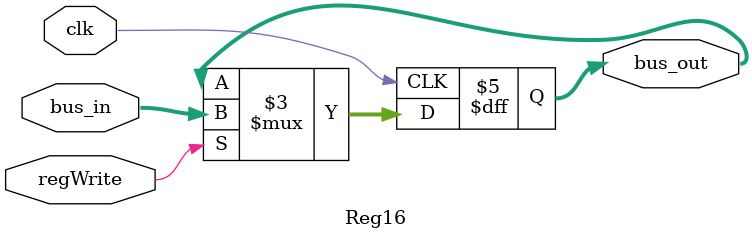
<source format=v>
module Reg16(bus_out, regWrite, bus_in, clk);
   input regWrite, clk;
   input [15:0] bus_in;
   
   output reg [15:0] bus_out;
   
   always @(posedge clk)
      if(regWrite)
         bus_out <= bus_in;
      else
         bus_out <= bus_out;
         
 endmodule
         

</source>
